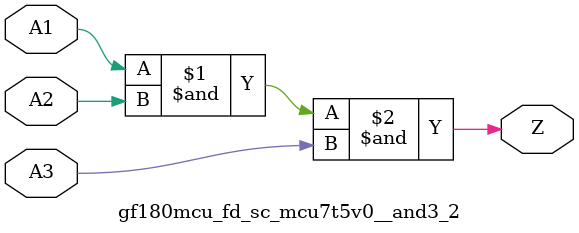
<source format=v>

module gf180mcu_fd_sc_mcu7t5v0__and3_2( A1, A2, A3, Z );
input A1, A2, A3;
output Z;

	and MGM_BG_0( Z, A1, A2, A3 );

endmodule

</source>
